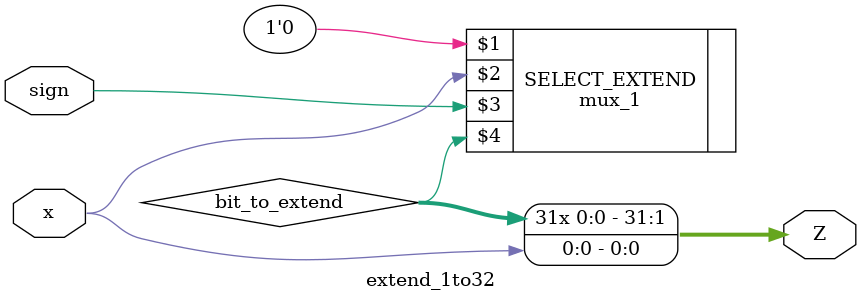
<source format=v>
module extend_1to32(x, sign, Z);
    
    //x is the bit to extend
    //sign is 1 if it is a sign extend
    //0 if it is a zero extend
    input x, sign;
    output [0:31] Z;
    
    wire bit_to_extend;
    
    mux_1 SELECT_EXTEND(1'b0, x, sign, bit_to_extend);
    
    assign Z = {bit_to_extend,bit_to_extend,bit_to_extend,bit_to_extend,bit_to_extend,bit_to_extend,bit_to_extend,bit_to_extend,bit_to_extend,bit_to_extend,bit_to_extend,bit_to_extend,bit_to_extend,bit_to_extend,bit_to_extend,bit_to_extend,bit_to_extend,bit_to_extend,bit_to_extend,bit_to_extend,bit_to_extend,bit_to_extend,bit_to_extend,bit_to_extend,bit_to_extend,bit_to_extend,bit_to_extend,bit_to_extend,bit_to_extend,bit_to_extend,bit_to_extend,x};
    
endmodule
</source>
